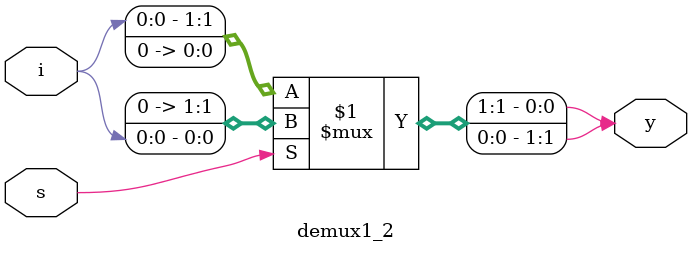
<source format=v>
`timescale 1ns / 1ps


module demux1_2(  
  input s,
  input i,
  output [1:0]y );
  assign {y[0],y[1]} = s?{1'b0,i}: {i,1'b0};
endmodule


</source>
